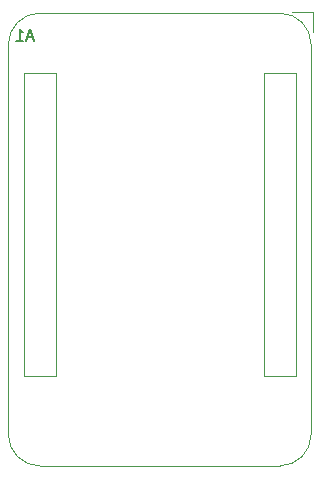
<source format=gbr>
G04 #@! TF.GenerationSoftware,KiCad,Pcbnew,5.0.0*
G04 #@! TF.CreationDate,2018-11-28T10:21:33-08:00*
G04 #@! TF.ProjectId,fanpower,66616E706F7765722E6B696361645F70,rev?*
G04 #@! TF.SameCoordinates,Original*
G04 #@! TF.FileFunction,Legend,Bot*
G04 #@! TF.FilePolarity,Positive*
%FSLAX46Y46*%
G04 Gerber Fmt 4.6, Leading zero omitted, Abs format (unit mm)*
G04 Created by KiCad (PCBNEW 5.0.0) date Wed Nov 28 10:21:33 2018*
%MOMM*%
%LPD*%
G01*
G04 APERTURE LIST*
%ADD10C,0.120000*%
%ADD11C,0.150000*%
G04 APERTURE END LIST*
D10*
G04 #@! TO.C,A1*
X209804000Y-84970000D02*
G75*
G02X212464000Y-87630000I0J-2660000D01*
G01*
X186824000Y-87630000D02*
G75*
G02X189484000Y-84970000I2660000J0D01*
G01*
X189484000Y-123310000D02*
G75*
G02X186824000Y-120650000I0J2660000D01*
G01*
X212464000Y-120650000D02*
G75*
G02X209804000Y-123310000I-2660000J0D01*
G01*
X209804000Y-84970000D02*
X189484000Y-84970000D01*
X209804000Y-123310000D02*
X189484000Y-123310000D01*
X212464000Y-87630000D02*
X212464000Y-120650000D01*
X186824000Y-87630000D02*
X186824000Y-120650000D01*
X212594000Y-86590000D02*
X212594000Y-84840000D01*
X212594000Y-84840000D02*
X210844000Y-84840000D01*
X211174000Y-90070000D02*
X211174000Y-115670000D01*
X211174000Y-115670000D02*
X208434000Y-115670000D01*
X208434000Y-115670000D02*
X208434000Y-90070000D01*
X208434000Y-90070000D02*
X211174000Y-90070000D01*
X190854000Y-90070000D02*
X190854000Y-115670000D01*
X190854000Y-115670000D02*
X188114000Y-115670000D01*
X188114000Y-115670000D02*
X188114000Y-90070000D01*
X188114000Y-90070000D02*
X190854000Y-90070000D01*
D11*
X188928285Y-87034666D02*
X188452095Y-87034666D01*
X189023523Y-87320380D02*
X188690190Y-86320380D01*
X188356857Y-87320380D01*
X187499714Y-87320380D02*
X188071142Y-87320380D01*
X187785428Y-87320380D02*
X187785428Y-86320380D01*
X187880666Y-86463238D01*
X187975904Y-86558476D01*
X188071142Y-86606095D01*
G04 #@! TD*
M02*

</source>
